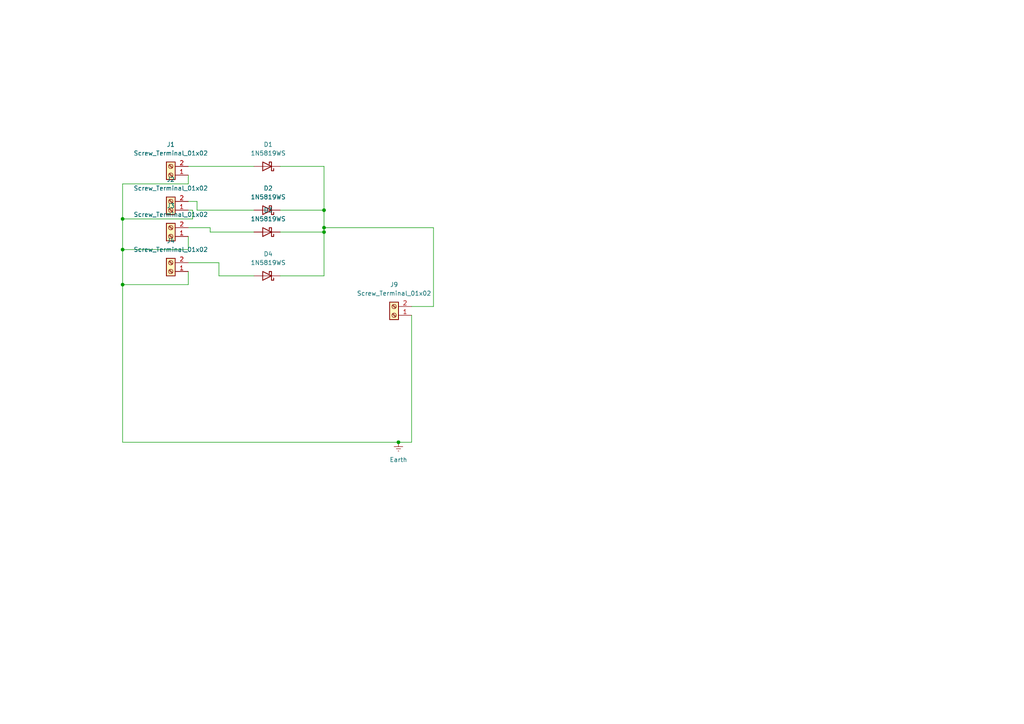
<source format=kicad_sch>
(kicad_sch (version 20250114) (generator "eeschema") (generator_version "9.0")
  (paper "A4")
  (lib_symbols
    (symbol "Connector:Screw_Terminal_01x02" (pin_names (offset 1.016) (hide yes))
      (property "Reference" "J" (at 0 2.54 0))
      (property "Value" "Screw_Terminal_01x02" (at 0 -5.08 0))
      (symbol "Screw_Terminal_01x02_1_1"
        (rectangle (start -1.27 1.27) (end 1.27 -3.81) (stroke (width 0.254)) (fill (type background)))
        (polyline (pts (xy -0.5334 0.3302) (xy 0.3302 -0.508)) (stroke (width 0.1524)))
        (polyline (pts (xy -0.5334 -2.2098) (xy 0.3302 -3.048)) (stroke (width 0.1524)))
        (polyline (pts (xy -0.3556 0.508) (xy 0.508 -0.3302)) (stroke (width 0.1524)))
        (polyline (pts (xy -0.3556 -2.032) (xy 0.508 -2.8702)) (stroke (width 0.1524)))
        (circle (center 0 0) (radius 0.635) (stroke (width 0.1524)))
        (circle (center 0 -2.54) (radius 0.635) (stroke (width 0.1524)))
        (pin passive line (at -5.08 0 0) (length 3.81) (name "Pin_1") (number "1"))
        (pin passive line (at -5.08 -2.54 0) (length 3.81) (name "Pin_2") (number "2"))
      )
    )
    (symbol "Diode:1N5819WS" (pin_numbers (hide yes)) (pin_names (offset 1.016) (hide yes))
      (property "Reference" "D" (at 0 2.54 0))
      (property "Value" "1N5819WS" (at 0 -2.54 0))
      (symbol "1N5819WS_0_1"
        (polyline (pts (xy -1.905 0.635) (xy -1.905 1.27) (xy -1.27 1.27) (xy -1.27 -1.27) (xy -0.635 -1.27) (xy -0.635 -0.635)) (stroke (width 0.254)))
        (polyline (pts (xy 1.27 1.27) (xy 1.27 -1.27) (xy -1.27 0) (xy 1.27 1.27)) (stroke (width 0.254)))
        (polyline (pts (xy 1.27 0) (xy -1.27 0)))
      )
      (symbol "1N5819WS_1_1"
        (pin passive line (at -3.81 0 0) (length 2.54) (name "K") (number "1"))
        (pin passive line (at 3.81 0 180) (length 2.54) (name "A") (number "2"))
      )
    )
    (symbol "power:Earth" (power) (pin_numbers (hide yes)) (pin_names (offset 0) (hide yes))
      (property "Value" "Earth" (at 0 -3.81 0))
      (symbol "Earth_0_1"
        (polyline (pts (xy -0.635 -1.905) (xy 0.635 -1.905)))
        (polyline (pts (xy -0.127 -2.54) (xy 0.127 -2.54)))
        (polyline (pts (xy 0 -1.27) (xy 0 0)))
        (polyline (pts (xy 1.27 -1.27) (xy -1.27 -1.27)))
      )
      (symbol "Earth_1_1"
        (pin power_in line (at 0 0 270) (length 0) (name "~") (number "1"))
      )
    )
  )
  (junction (at 93.98 66.04))
  (junction (at 35.56 82.55))
  (junction (at 93.98 60.96))
  (junction (at 93.98 67.31))
  (junction (at 35.56 63.5))
  (junction (at 115.57 128.27))
  (junction (at 35.56 72.39))
  (wire (pts (xy 73.66 80.01) (xy 63.5 80.01)))
  (wire (pts (xy 57.15 60.96) (xy 57.15 58.42)))
  (wire (pts (xy 81.28 67.31) (xy 93.98 67.31)))
  (wire (pts (xy 54.61 66.04) (xy 60.96 66.04)))
  (wire (pts (xy 54.61 48.26) (xy 73.66 48.26)))
  (wire (pts (xy 54.61 53.34) (xy 54.61 50.8)))
  (wire (pts (xy 81.28 60.96) (xy 93.98 60.96)))
  (wire (pts (xy 54.61 60.96) (xy 55.88 60.96)))
  (wire (pts (xy 93.98 66.04) (xy 93.98 67.31)))
  (wire (pts (xy 55.88 63.5) (xy 35.56 63.5)))
  (wire (pts (xy 54.61 78.74) (xy 54.61 82.55)))
  (wire (pts (xy 35.56 72.39) (xy 35.56 63.5)))
  (wire (pts (xy 93.98 48.26) (xy 93.98 60.96)))
  (wire (pts (xy 57.15 58.42) (xy 54.61 58.42)))
  (wire (pts (xy 35.56 128.27) (xy 115.57 128.27)))
  (wire (pts (xy 55.88 60.96) (xy 55.88 63.5)))
  (wire (pts (xy 119.38 128.27) (xy 115.57 128.27)))
  (wire (pts (xy 35.56 82.55) (xy 35.56 72.39)))
  (wire (pts (xy 54.61 68.58) (xy 54.61 72.39)))
  (wire (pts (xy 35.56 63.5) (xy 35.56 53.34)))
  (wire (pts (xy 73.66 67.31) (xy 60.96 67.31)))
  (wire (pts (xy 35.56 53.34) (xy 54.61 53.34)))
  (wire (pts (xy 54.61 76.2) (xy 63.5 76.2)))
  (wire (pts (xy 125.73 88.9) (xy 125.73 66.04)))
  (wire (pts (xy 119.38 91.44) (xy 119.38 128.27)))
  (wire (pts (xy 60.96 67.31) (xy 60.96 66.04)))
  (wire (pts (xy 81.28 48.26) (xy 93.98 48.26)))
  (wire (pts (xy 81.28 80.01) (xy 93.98 80.01)))
  (wire (pts (xy 54.61 82.55) (xy 35.56 82.55)))
  (wire (pts (xy 35.56 82.55) (xy 35.56 128.27)))
  (wire (pts (xy 93.98 60.96) (xy 93.98 66.04)))
  (wire (pts (xy 54.61 72.39) (xy 35.56 72.39)))
  (wire (pts (xy 73.66 60.96) (xy 57.15 60.96)))
  (wire (pts (xy 93.98 67.31) (xy 93.98 80.01)))
  (wire (pts (xy 93.98 66.04) (xy 125.73 66.04)))
  (wire (pts (xy 119.38 88.9) (xy 125.73 88.9)))
  (wire (pts (xy 63.5 80.01) (xy 63.5 76.2)))
  (symbol (lib_id "power:Earth") (at 115.57 128.27 0) (unit 1)
    (property "Reference" "#PWR01" (effects (hide yes)))
    (property "Value" "Earth" (at 115.57 133.35 0))
    (property "Description" "Power symbol creates a global label with name \"Earth\"" (effects (hide yes)))
  )
  (symbol (lib_id "Diode:1N5819WS") (at 77.47 60.96 180) (unit 1)
    (property "Reference" "D2" (at 77.7875 54.61 0))
    (property "Value" "1N5819WS" (at 77.7875 57.15 0))
    (property "Footprint" "Diode_THT:D_DO-41_SOD81_P10.16mm_Horizontal" (effects (hide yes)))
    (property "Datasheet" "https://datasheet.lcsc.com/lcsc/2204281430_Guangdong-Hottech-1N5819WS_C191023.pdf" (effects (hide yes)))
    (property "Description" "40V 600mV@1A 1A SOD-323 Schottky Barrier Diodes, SOD-323" (effects (hide yes)))
  )
  (symbol (lib_id "Connector:Screw_Terminal_01x02") (at 114.3 91.44 180) (unit 1)
    (property "Reference" "J9" (at 114.3 82.55 0))
    (property "Value" "Screw_Terminal_01x02" (at 114.3 85.09 0))
    (property "Footprint" "TerminalBlock:TerminalBlock_Altech_AK300-2_P5.00mm" (effects (hide yes)))
    (property "Description" "Generic screw terminal, single row, 01x02, script generated (kicad-library-utils/schlib/autogen/connector/)" (effects (hide yes)))
  )
  (symbol (lib_id "Connector:Screw_Terminal_01x02") (at 49.53 68.58 180) (unit 1)
    (property "Reference" "J3" (at 49.53 59.69 0))
    (property "Value" "Screw_Terminal_01x02" (at 49.53 62.23 0))
    (property "Footprint" "TerminalBlock:TerminalBlock_Altech_AK300-2_P5.00mm" (effects (hide yes)))
    (property "Description" "Generic screw terminal, single row, 01x02, script generated (kicad-library-utils/schlib/autogen/connector/)" (effects (hide yes)))
  )
  (symbol (lib_id "Connector:Screw_Terminal_01x02") (at 49.53 50.8 180) (unit 1)
    (property "Reference" "J1" (at 49.53 41.91 0))
    (property "Value" "Screw_Terminal_01x02" (at 49.53 44.45 0))
    (property "Footprint" "TerminalBlock:TerminalBlock_Altech_AK300-2_P5.00mm" (effects (hide yes)))
    (property "Description" "Generic screw terminal, single row, 01x02, script generated (kicad-library-utils/schlib/autogen/connector/)" (effects (hide yes)))
  )
  (symbol (lib_id "Connector:Screw_Terminal_01x02") (at 49.53 78.74 180) (unit 1)
    (property "Reference" "J4" (at 49.53 69.85 0))
    (property "Value" "Screw_Terminal_01x02" (at 49.53 72.39 0))
    (property "Footprint" "TerminalBlock:TerminalBlock_Altech_AK300-2_P5.00mm" (effects (hide yes)))
    (property "Description" "Generic screw terminal, single row, 01x02, script generated (kicad-library-utils/schlib/autogen/connector/)" (effects (hide yes)))
  )
  (symbol (lib_id "Diode:1N5819WS") (at 77.47 48.26 180) (unit 1)
    (property "Reference" "D1" (at 77.7875 41.91 0))
    (property "Value" "1N5819WS" (at 77.7875 44.45 0))
    (property "Footprint" "Diode_THT:D_DO-41_SOD81_P10.16mm_Horizontal" (effects (hide yes)))
    (property "Datasheet" "https://datasheet.lcsc.com/lcsc/2204281430_Guangdong-Hottech-1N5819WS_C191023.pdf" (effects (hide yes)))
    (property "Description" "40V 600mV@1A 1A SOD-323 Schottky Barrier Diodes, SOD-323" (effects (hide yes)))
  )
  (symbol (lib_id "Diode:1N5819WS") (at 77.47 67.31 180) (unit 1)
    (property "Reference" "D3" (at 77.7875 60.96 0))
    (property "Value" "1N5819WS" (at 77.7875 63.5 0))
    (property "Footprint" "Diode_THT:D_DO-41_SOD81_P10.16mm_Horizontal" (effects (hide yes)))
    (property "Datasheet" "https://datasheet.lcsc.com/lcsc/2204281430_Guangdong-Hottech-1N5819WS_C191023.pdf" (effects (hide yes)))
    (property "Description" "40V 600mV@1A 1A SOD-323 Schottky Barrier Diodes, SOD-323" (effects (hide yes)))
  )
  (symbol (lib_id "Diode:1N5819WS") (at 77.47 80.01 180) (unit 1)
    (property "Reference" "D4" (at 77.7875 73.66 0))
    (property "Value" "1N5819WS" (at 77.7875 76.2 0))
    (property "Footprint" "Diode_THT:D_DO-41_SOD81_P10.16mm_Horizontal" (effects (hide yes)))
    (property "Datasheet" "https://datasheet.lcsc.com/lcsc/2204281430_Guangdong-Hottech-1N5819WS_C191023.pdf" (effects (hide yes)))
    (property "Description" "40V 600mV@1A 1A SOD-323 Schottky Barrier Diodes, SOD-323" (effects (hide yes)))
  )
  (symbol (lib_id "Connector:Screw_Terminal_01x02") (at 49.53 60.96 180) (unit 1)
    (property "Reference" "J2" (at 49.53 52.07 0))
    (property "Value" "Screw_Terminal_01x02" (at 49.53 54.61 0))
    (property "Footprint" "TerminalBlock:TerminalBlock_Altech_AK300-2_P5.00mm" (effects (hide yes)))
    (property "Description" "Generic screw terminal, single row, 01x02, script generated (kicad-library-utils/schlib/autogen/connector/)" (effects (hide yes)))
  )
)
</source>
